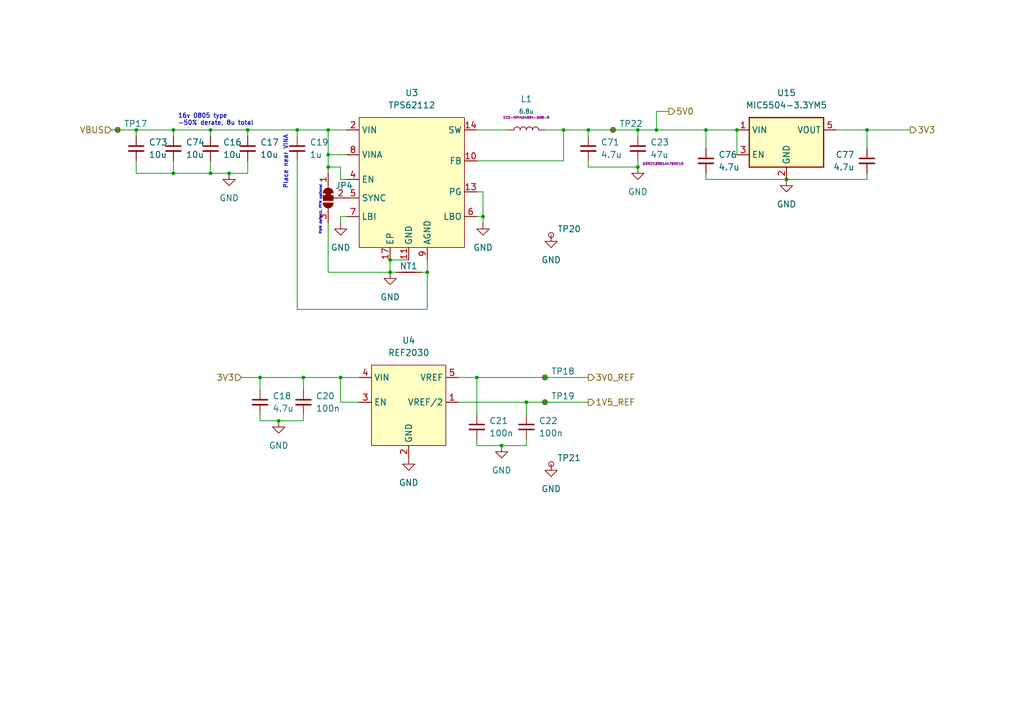
<source format=kicad_sch>
(kicad_sch (version 20220102) (generator eeschema)
  (paper "A5")
  (lib_symbols
    (symbol "Connector:TestPoint_Small" (pin_numbers hide) (pin_names (offset 0.762) hide)
      (property "Reference" "TP" (at 0 3.81 0))
      (property "Value" "TestPoint_Small" (at 0 2.032 0))
      (symbol "TestPoint_Small_0_1"
        (circle (center 0 0) (radius 0.508))
      )
      (symbol "TestPoint_Small_1_1"
        (pin passive line (at 0 0 90) (length 0) (name "1") (number "1"))
      )
    )
    (symbol "Device:C_Small" (pin_numbers hide) (pin_names (offset 0.254) hide)
      (property "Reference" "C" (at 0.254 1.778 0))
      (property "Value" "C_Small" (at 0.254 -2.032 0))
      (symbol "C_Small_0_1"
        (polyline (pts (xy -1.524 -0.508) (xy 1.524 -0.508)) (stroke (width 0.3302)))
        (polyline (pts (xy -1.524 0.508) (xy 1.524 0.508)) (stroke (width 0.3048)))
      )
      (symbol "C_Small_1_1"
        (pin passive line (at 0 2.54 270) (length 2.032) (name "~") (number "1"))
        (pin passive line (at 0 -2.54 90) (length 2.032) (name "~") (number "2"))
      )
    )
    (symbol "Device:L" (pin_numbers hide) (pin_names (offset 1.016) hide)
      (property "Reference" "L" (at -1.27 0 90))
      (property "Value" "L" (at 1.905 0 90))
      (symbol "L_0_1"
        (arc (start 0 -2.54) (mid 0.635 -1.905) (end 0 -1.27))
        (arc (start 0 -1.27) (mid 0.635 -0.635) (end 0 0))
        (arc (start 0 0) (mid 0.635 0.635) (end 0 1.27))
        (arc (start 0 1.27) (mid 0.635 1.905) (end 0 2.54))
      )
      (symbol "L_1_1"
        (pin passive line (at 0 3.81 270) (length 1.27) (name "1") (number "1"))
        (pin passive line (at 0 -3.81 90) (length 1.27) (name "2") (number "2"))
      )
    )
    (symbol "Device:NetTie_2" (pin_numbers hide) (pin_names (offset 0) hide)
      (property "Reference" "NT" (at 0 1.27 0))
      (property "Value" "NetTie_2" (at 0 -1.27 0))
      (symbol "NetTie_2_0_1"
        (polyline (pts (xy -1.27 0) (xy 1.27 0)) (stroke (width 0.254)))
      )
      (symbol "NetTie_2_1_1"
        (pin passive line (at -2.54 0 0) (length 2.54) (name "1") (number "1"))
        (pin passive line (at 2.54 0 180) (length 2.54) (name "2") (number "2"))
      )
    )
    (symbol "Jumper:SolderJumper_3_Bridged12" (pin_names (offset 0) hide)
      (property "Reference" "JP" (at -2.54 -2.54 0))
      (property "Value" "SolderJumper_3_Bridged12" (at 0 2.794 0))
      (symbol "SolderJumper_3_Bridged12_0_1"
        (rectangle (start -1.016 0.508) (end -0.508 -0.508) (fill (type outline)))
        (arc (start -1.016 1.016) (mid -2.032 0) (end -1.016 -1.016))
        (arc (start -1.016 1.016) (mid -2.032 0) (end -1.016 -1.016) (fill (type outline)))
        (rectangle (start -0.508 1.016) (end 0.508 -1.016) (fill (type outline)))
        (polyline (pts (xy -2.54 0) (xy -2.032 0)))
        (polyline (pts (xy -1.016 1.016) (xy -1.016 -1.016)))
        (polyline (pts (xy 0 -1.27) (xy 0 -1.016)))
        (polyline (pts (xy 1.016 1.016) (xy 1.016 -1.016)))
        (polyline (pts (xy 2.54 0) (xy 2.032 0)))
        (arc (start 1.016 -1.016) (mid 2.032 0) (end 1.016 1.016))
        (arc (start 1.016 -1.016) (mid 2.032 0) (end 1.016 1.016) (fill (type outline)))
      )
      (symbol "SolderJumper_3_Bridged12_1_1"
        (pin passive line (at -5.08 0 0) (length 2.54) (name "A") (number "1"))
        (pin input line (at 0 -3.81 90) (length 2.54) (name "C") (number "2"))
        (pin passive line (at 5.08 0 180) (length 2.54) (name "B") (number "3"))
      )
    )
    (symbol "Regulator_Linear:MIC5504-3.3YM5"
      (property "Reference" "U" (at -7.62 8.89 0))
      (property "Value" "MIC5504-3.3YM5" (at -7.62 6.35 0))
      (symbol "MIC5504-3.3YM5_0_1"
        (rectangle (start -7.62 -5.08) (end 7.62 5.08) (stroke (width 0.254)) (fill (type background)))
      )
      (symbol "MIC5504-3.3YM5_1_1"
        (pin power_in line (at -10.16 2.54 0) (length 2.54) (name "VIN") (number "1"))
        (pin power_in line (at 0 -7.62 90) (length 2.54) (name "GND") (number "2"))
        (pin input line (at -10.16 -2.54 0) (length 2.54) (name "EN") (number "3"))
        (pin no_connect line (at 7.62 -2.54 180) (length 2.54) hide (name "NC") (number "4"))
        (pin power_out line (at 10.16 2.54 180) (length 2.54) (name "VOUT") (number "5"))
      )
    )
    (symbol "power:GND" (power) (pin_names (offset 0))
      (property "Value" "GND" (at 0 -3.81 0))
      (symbol "GND_0_1"
        (polyline (pts (xy 0 0) (xy 0 -1.27) (xy 1.27 -1.27) (xy 0 -2.54) (xy -1.27 -1.27) (xy 0 -1.27)))
      )
      (symbol "GND_1_1"
        (pin power_in line (at 0 0 270) (length 0) hide (name "GND") (number "1"))
      )
    )
    (symbol "project-lib:REF2030"
      (property "Reference" "U" (at 0 5.08 0))
      (property "Value" "REF2030" (at 0 2.54 0))
      (symbol "REF2030_0_1"
        (rectangle (start -7.62 0) (end 7.62 -16.51) (stroke (width 0.1524)) (fill (type background)))
      )
      (symbol "REF2030_1_1"
        (pin power_out line (at 10.16 -7.62 180) (length 2.54) (name "VREF/2") (number "1"))
        (pin power_in line (at 0 -19.05 90) (length 2.54) (name "GND") (number "2"))
        (pin input line (at -10.16 -7.62 0) (length 2.54) (name "EN") (number "3"))
        (pin power_in line (at -10.16 -2.54 0) (length 2.54) (name "VIN") (number "4"))
        (pin power_out line (at 10.16 -2.54 180) (length 2.54) (name "VREF") (number "5"))
      )
    )
    (symbol "project-lib:TPS62111"
      (property "Reference" "U" (at 7.62 3.81 0))
      (property "Value" "TPS62111" (at 11.43 1.27 0))
      (symbol "TPS62111_0_0"
        (pin input line (at 24.13 -8.89 180) (length 2.54) (name "FB") (number "10"))
        (pin power_in line (at 10.16 -29.21 90) (length 2.54) (name "GND") (number "11"))
        (pin power_in line (at 10.16 -29.21 90) (length 2.54) hide (name "GND") (number "12"))
        (pin open_collector line (at 24.13 -15.24 180) (length 2.54) (name "PG") (number "13"))
        (pin power_out line (at 24.13 -2.54 180) (length 2.54) (name "SW") (number "14"))
        (pin power_out line (at 24.13 -2.54 180) (length 2.54) hide (name "SW") (number "15"))
        (pin power_in line (at 10.16 -29.21 90) (length 2.54) hide (name "PGND") (number "16"))
        (pin power_in line (at 6.35 -29.21 90) (length 2.54) (name "EP") (number "17"))
        (pin power_in line (at -2.54 -2.54 0) (length 2.54) (name "VIN") (number "2"))
        (pin power_in line (at -2.54 -2.54 0) (length 2.54) hide (name "VIN") (number "3"))
        (pin input line (at -2.54 -12.7 0) (length 2.54) (name "EN") (number "4"))
        (pin input line (at -2.54 -16.51 0) (length 2.54) (name "SYNC") (number "5"))
        (pin open_collector line (at 24.13 -20.32 180) (length 2.54) (name "LBO") (number "6"))
        (pin input line (at -2.54 -20.32 0) (length 2.54) (name "LBI") (number "7"))
        (pin power_in line (at -2.54 -7.62 0) (length 2.54) (name "VINA") (number "8"))
        (pin power_in line (at 13.97 -29.21 90) (length 2.54) (name "AGND") (number "9"))
      )
      (symbol "TPS62111_0_1"
        (rectangle (start 0 0) (end 21.59 -26.67) (stroke (width 0.1524)) (fill (type background)))
      )
      (symbol "TPS62111_1_1"
        (pin power_in line (at 10.16 -29.21 90) (length 2.54) hide (name "PGND") (number "1"))
      )
    )
  )
  (junction (at 50.8 26.67) (diameter 0.6096))
  (junction (at 53.34 77.47) (diameter 0.6096))
  (junction (at 134.62 26.67) (diameter 0.6096))
  (junction (at 43.18 35.56) (diameter 0.6096))
  (junction (at 130.81 26.67) (diameter 0.6096))
  (junction (at 80.01 53.34) (diameter 0.6096))
  (junction (at 24.13 26.67) (diameter 0.6096))
  (junction (at 107.95 82.55) (diameter 0.6096))
  (junction (at 67.31 34.29) (diameter 0.6096))
  (junction (at 111.76 77.47) (diameter 0.6096))
  (junction (at 125.73 26.67) (diameter 0.6096))
  (junction (at 102.87 91.44) (diameter 0.6096))
  (junction (at 161.29 36.83) (diameter 0.6096))
  (junction (at 35.56 35.56) (diameter 0.6096))
  (junction (at 46.99 35.56) (diameter 0.6096))
  (junction (at 120.65 26.67) (diameter 0.6096))
  (junction (at 99.06 44.45) (diameter 0.6096))
  (junction (at 97.79 77.47) (diameter 0.6096))
  (junction (at 111.76 82.55) (diameter 0.6096))
  (junction (at 80.01 55.88) (diameter 0.6096))
  (junction (at 87.63 55.88) (diameter 0.6096))
  (junction (at 62.23 77.47) (diameter 0.6096))
  (junction (at 67.31 26.67) (diameter 0.6096))
  (junction (at 69.85 77.47) (diameter 0.6096))
  (junction (at 57.15 86.36) (diameter 0.6096))
  (junction (at 27.94 26.67) (diameter 0.6096))
  (junction (at 130.81 34.29) (diameter 0.6096))
  (junction (at 60.96 26.67) (diameter 0.6096))
  (junction (at 177.8 26.67) (diameter 0.6096))
  (junction (at 67.31 31.75) (diameter 0.6096))
  (junction (at 151.13 26.67) (diameter 0.6096))
  (junction (at 115.57 26.67) (diameter 0.6096))
  (junction (at 35.56 26.67) (diameter 0.6096))
  (junction (at 43.18 26.67) (diameter 0.6096))
  (junction (at 144.78 26.67) (diameter 0.6096))
  (wire (pts (xy 62.23 77.47) (xy 62.23 80.01)))
  (wire (pts (xy 50.8 26.67) (xy 50.8 27.94)))
  (wire (pts (xy 86.36 55.88) (xy 87.63 55.88)))
  (wire (pts (xy 130.81 26.67) (xy 130.81 27.94)))
  (wire (pts (xy 50.8 26.67) (xy 60.96 26.67)))
  (wire (pts (xy 97.79 33.02) (xy 115.57 33.02)))
  (wire (pts (xy 67.31 31.75) (xy 67.31 26.67)))
  (wire (pts (xy 120.65 33.02) (xy 120.65 34.29)))
  (wire (pts (xy 120.65 34.29) (xy 130.81 34.29)))
  (wire (pts (xy 67.31 45.72) (xy 67.31 55.88)))
  (wire (pts (xy 60.96 26.67) (xy 67.31 26.67)))
  (wire (pts (xy 67.31 31.75) (xy 71.12 31.75)))
  (wire (pts (xy 115.57 33.02) (xy 115.57 26.67)))
  (wire (pts (xy 134.62 26.67) (xy 144.78 26.67)))
  (wire (pts (xy 144.78 26.67) (xy 151.13 26.67)))
  (wire (pts (xy 67.31 34.29) (xy 67.31 31.75)))
  (wire (pts (xy 97.79 26.67) (xy 104.14 26.67)))
  (wire (pts (xy 177.8 26.67) (xy 177.8 30.48)))
  (wire (pts (xy 161.29 36.83) (xy 177.8 36.83)))
  (wire (pts (xy 69.85 82.55) (xy 69.85 77.47)))
  (wire (pts (xy 73.66 82.55) (xy 69.85 82.55)))
  (wire (pts (xy 107.95 82.55) (xy 107.95 85.09)))
  (wire (pts (xy 27.94 35.56) (xy 27.94 33.02)))
  (wire (pts (xy 35.56 35.56) (xy 27.94 35.56)))
  (wire (pts (xy 67.31 34.29) (xy 69.85 34.29)))
  (wire (pts (xy 69.85 36.83) (xy 71.12 36.83)))
  (wire (pts (xy 144.78 26.67) (xy 144.78 30.48)))
  (wire (pts (xy 130.81 33.02) (xy 130.81 34.29)))
  (wire (pts (xy 53.34 85.09) (xy 53.34 86.36)))
  (wire (pts (xy 53.34 86.36) (xy 57.15 86.36)))
  (wire (pts (xy 57.15 86.36) (xy 62.23 86.36)))
  (wire (pts (xy 62.23 86.36) (xy 62.23 85.09)))
  (wire (pts (xy 60.96 26.67) (xy 60.96 27.94)))
  (wire (pts (xy 27.94 26.67) (xy 27.94 27.94)))
  (wire (pts (xy 43.18 26.67) (xy 43.18 27.94)))
  (wire (pts (xy 97.79 39.37) (xy 99.06 39.37)))
  (wire (pts (xy 60.96 33.02) (xy 60.96 63.5)))
  (wire (pts (xy 87.63 55.88) (xy 87.63 63.5)))
  (wire (pts (xy 87.63 63.5) (xy 60.96 63.5)))
  (wire (pts (xy 49.53 77.47) (xy 53.34 77.47)))
  (wire (pts (xy 53.34 77.47) (xy 62.23 77.47)))
  (wire (pts (xy 62.23 77.47) (xy 69.85 77.47)))
  (wire (pts (xy 69.85 77.47) (xy 73.66 77.47)))
  (wire (pts (xy 93.98 82.55) (xy 107.95 82.55)))
  (wire (pts (xy 107.95 82.55) (xy 111.76 82.55)))
  (wire (pts (xy 111.76 82.55) (xy 120.65 82.55)))
  (wire (pts (xy 80.01 55.88) (xy 80.01 53.34)))
  (wire (pts (xy 69.85 45.72) (xy 69.85 44.45)))
  (wire (pts (xy 53.34 77.47) (xy 53.34 80.01)))
  (wire (pts (xy 134.62 22.86) (xy 134.62 26.67)))
  (wire (pts (xy 137.16 22.86) (xy 134.62 22.86)))
  (wire (pts (xy 80.01 53.34) (xy 83.82 53.34)))
  (wire (pts (xy 93.98 77.47) (xy 97.79 77.47)))
  (wire (pts (xy 97.79 77.47) (xy 111.76 77.47)))
  (wire (pts (xy 111.76 77.47) (xy 120.65 77.47)))
  (wire (pts (xy 115.57 26.67) (xy 120.65 26.67)))
  (wire (pts (xy 120.65 26.67) (xy 125.73 26.67)))
  (wire (pts (xy 125.73 26.67) (xy 130.81 26.67)))
  (wire (pts (xy 67.31 26.67) (xy 71.12 26.67)))
  (wire (pts (xy 67.31 35.56) (xy 67.31 34.29)))
  (wire (pts (xy 115.57 26.67) (xy 111.76 26.67)))
  (wire (pts (xy 120.65 26.67) (xy 120.65 27.94)))
  (wire (pts (xy 151.13 31.75) (xy 151.13 26.67)))
  (wire (pts (xy 46.99 35.56) (xy 50.8 35.56)))
  (wire (pts (xy 67.31 55.88) (xy 80.01 55.88)))
  (wire (pts (xy 87.63 55.88) (xy 87.63 53.34)))
  (wire (pts (xy 97.79 77.47) (xy 97.79 85.09)))
  (wire (pts (xy 35.56 35.56) (xy 35.56 33.02)))
  (wire (pts (xy 43.18 35.56) (xy 35.56 35.56)))
  (wire (pts (xy 35.56 26.67) (xy 35.56 27.94)))
  (wire (pts (xy 177.8 36.83) (xy 177.8 35.56)))
  (wire (pts (xy 99.06 44.45) (xy 97.79 44.45)))
  (wire (pts (xy 43.18 33.02) (xy 43.18 35.56)))
  (wire (pts (xy 99.06 45.72) (xy 99.06 44.45)))
  (wire (pts (xy 43.18 26.67) (xy 50.8 26.67)))
  (wire (pts (xy 130.81 26.67) (xy 134.62 26.67)))
  (wire (pts (xy 43.18 35.56) (xy 46.99 35.56)))
  (wire (pts (xy 97.79 90.17) (xy 97.79 91.44)))
  (wire (pts (xy 97.79 91.44) (xy 102.87 91.44)))
  (wire (pts (xy 102.87 91.44) (xy 107.95 91.44)))
  (wire (pts (xy 107.95 91.44) (xy 107.95 90.17)))
  (wire (pts (xy 144.78 36.83) (xy 144.78 35.56)))
  (wire (pts (xy 161.29 36.83) (xy 144.78 36.83)))
  (wire (pts (xy 69.85 44.45) (xy 71.12 44.45)))
  (wire (pts (xy 50.8 35.56) (xy 50.8 33.02)))
  (wire (pts (xy 80.01 55.88) (xy 81.28 55.88)))
  (wire (pts (xy 69.85 34.29) (xy 69.85 36.83)))
  (wire (pts (xy 171.45 26.67) (xy 177.8 26.67)))
  (wire (pts (xy 177.8 26.67) (xy 186.69 26.67)))
  (wire (pts (xy 22.86 26.67) (xy 24.13 26.67)))
  (wire (pts (xy 24.13 26.67) (xy 27.94 26.67)))
  (wire (pts (xy 27.94 26.67) (xy 35.56 26.67)))
  (wire (pts (xy 35.56 26.67) (xy 43.18 26.67)))
  (wire (pts (xy 99.06 39.37) (xy 99.06 44.45)))
  (text "16v 0805 type\n-50% derate, 8u total" (at 36.4746 25.9126 0) (effects (font (size 0.9 0.9)) (justify left bottom)))
  (text "Place near VINA" (at 59.1356 38.8955 90) (effects (font (size 0.9 0.9)) (justify left bottom)))
  (text "PWM default, PFM optional" (at 66.04 48.26 90) (effects (font (size 0.5 0.5)) (justify left bottom)))
  (hierarchical_label "1V5_REF" (shape output) (at 120.65 82.55 0))
  (hierarchical_label "3V0_REF" (shape output) (at 120.65 77.47 0))
  (hierarchical_label "3V3" (shape input) (at 49.53 77.47 180))
  (hierarchical_label "5V0" (shape output) (at 137.16 22.86 0))
  (hierarchical_label "VBUS" (shape input) (at 22.86 26.67 180))
  (hierarchical_label "3V3" (shape output) (at 186.69 26.67 0))
  (symbol (lib_id "project-lib:REF2030") (at 83.82 74.93 0) (unit 1)
    (property "Reference" "U4" (at 83.82 69.85 0))
    (property "Value" "REF2030" (at 83.82 72.39 0))
    (property "Footprint" "Package_TO_SOT_SMD:TSOT-23-5" (effects hide))
  )
  (symbol (lib_id "Connector:TestPoint_Small") (at 125.73 26.67 0) (unit 1)
    (property "Reference" "TP22" (at 127 25.3999 0) (effects (justify left)))
    (property "Value" "TestPoint" (effects hide))
    (property "Footprint" "project:TestPoint_Keystone_5019_Minature-3DMODEL" (effects hide))
  )
  (symbol (lib_id "Device:C_Small") (at 97.79 87.63 0) (unit 1)
    (property "Reference" "C21" (at 100.33 86.3599 0) (effects (justify left)))
    (property "Value" "100n" (at 100.33 88.8999 0) (effects (justify left)))
    (property "Footprint" "Capacitor_SMD:C_0603_1608Metric" (effects hide))
  )
  (symbol (lib_id "Device:C_Small") (at 177.8 33.02 0) (unit 1)
    (property "Reference" "C77" (at 175.26 31.7499 0) (effects (justify right)))
    (property "Value" "4.7u" (at 175.26 34.2899 0) (effects (justify right)))
    (property "Footprint" "Capacitor_SMD:C_0603_1608Metric" (effects hide))
  )
  (symbol (lib_id "power:GND") (at 99.06 45.72 0) (unit 1)
    (property "Reference" "#PWR0128" (effects hide))
    (property "Value" "GND" (at 99.06 50.8 0))
  )
  (symbol (lib_id "power:GND") (at 57.15 86.36 0) (unit 1)
    (property "Reference" "#PWR0125" (effects hide))
    (property "Value" "GND" (at 57.15 91.44 0))
  )
  (symbol (lib_id "Device:C_Small") (at 27.94 30.48 0) (unit 1)
    (property "Reference" "C73" (at 30.48 29.2099 0) (effects (justify left)))
    (property "Value" "10u" (at 30.48 31.7499 0) (effects (justify left)))
    (property "Footprint" "Capacitor_SMD:C_0805_2012Metric" (effects hide))
  )
  (symbol (lib_id "Device:C_Small") (at 130.81 30.48 0) (unit 1)
    (property "Reference" "C23" (at 133.35 29.2099 0) (effects (justify left)))
    (property "Value" "47u" (at 133.35 31.7499 0) (effects (justify left)))
    (property "Footprint" "Capacitor_SMD:C_0805_2012Metric" (effects hide))
    (property "P/N" "GRM21BR61A476ME15" (at 135.9911 33.6001 0) (effects (font (size 0.5 0.5))))
  )
  (symbol (lib_id "Device:C_Small") (at 53.34 82.55 0) (unit 1)
    (property "Reference" "C18" (at 55.88 81.2799 0) (effects (justify left)))
    (property "Value" "4.7u" (at 55.88 83.8199 0) (effects (justify left)))
    (property "Footprint" "Capacitor_SMD:C_0603_1608Metric" (effects hide))
  )
  (symbol (lib_id "Device:C_Small") (at 43.18 30.48 0) (unit 1)
    (property "Reference" "C16" (at 45.72 29.2099 0) (effects (justify left)))
    (property "Value" "10u" (at 45.72 31.7499 0) (effects (justify left)))
    (property "Footprint" "Capacitor_SMD:C_0805_2012Metric" (effects hide))
  )
  (symbol (lib_id "Device:C_Small") (at 60.96 30.48 0) (unit 1)
    (property "Reference" "C19" (at 63.5 29.2099 0) (effects (justify left)))
    (property "Value" "1u" (at 63.5 31.7499 0) (effects (justify left)))
    (property "Footprint" "Capacitor_SMD:C_0603_1608Metric" (effects hide))
  )
  (symbol (lib_id "Device:C_Small") (at 144.78 33.02 0) (mirror y) (unit 1)
    (property "Reference" "C76" (at 147.32 31.7499 0) (effects (justify right)))
    (property "Value" "4.7u" (at 147.32 34.2899 0) (effects (justify right)))
    (property "Footprint" "Capacitor_SMD:C_0603_1608Metric" (effects hide))
  )
  (symbol (lib_id "Connector:TestPoint_Small") (at 111.76 77.47 0) (unit 1)
    (property "Reference" "TP18" (at 113.03 76.1999 0) (effects (justify left)))
    (property "Value" "TestPoint" (effects hide))
    (property "Footprint" "project:TestPoint_Keystone_5019_Minature-3DMODEL" (effects hide))
  )
  (symbol (lib_id "Device:C_Small") (at 107.95 87.63 0) (unit 1)
    (property "Reference" "C22" (at 110.49 86.3599 0) (effects (justify left)))
    (property "Value" "100n" (at 110.49 88.8999 0) (effects (justify left)))
    (property "Footprint" "Capacitor_SMD:C_0603_1608Metric" (effects hide))
  )
  (symbol (lib_id "Device:L") (at 107.95 26.67 90) (unit 1)
    (property "Reference" "L1" (at 107.95 20.32 90))
    (property "Value" "6.8u" (at 107.95 22.86 90) (effects (font (size 0.9 0.9))))
    (property "Footprint" "project:ECS-MPI4040R4" (effects hide))
    (property "P/N" "ECS-MPI4040R4-6R8-R" (at 107.95 24.13 90) (effects (font (size 0.5 0.5))))
  )
  (symbol (lib_id "Jumper:SolderJumper_3_Bridged12") (at 67.31 40.64 90) (mirror x) (unit 1)
    (property "Reference" "JP4" (at 72.39 38.0999 90) (effects (justify left)))
    (property "Value" "SolderJumper_3_Bridged12" (effects hide))
    (property "Footprint" "Jumper:SolderJumper-3_P1.3mm_Bridged12_Pad1.0x1.5mm" (effects hide))
  )
  (symbol (lib_id "Connector:TestPoint_Small") (at 111.76 82.55 0) (unit 1)
    (property "Reference" "TP19" (at 113.03 81.2799 0) (effects (justify left)))
    (property "Value" "TestPoint" (effects hide))
    (property "Footprint" "project:TestPoint_Keystone_5019_Minature-3DMODEL" (effects hide))
  )
  (symbol (lib_id "power:GND") (at 113.03 95.25 0) (unit 1)
    (property "Reference" "#PWR0249" (effects hide))
    (property "Value" "GND" (at 113.03 100.33 0))
  )
  (symbol (lib_id "power:GND") (at 161.29 36.83 0) (unit 1)
    (property "Reference" "#PWR0207" (effects hide))
    (property "Value" "GND" (at 161.29 41.91 0))
  )
  (symbol (lib_id "Device:C_Small") (at 120.65 30.48 0) (mirror y) (unit 1)
    (property "Reference" "C71" (at 123.19 29.2099 0) (effects (justify right)))
    (property "Value" "4.7u" (at 123.19 31.7499 0) (effects (justify right)))
    (property "Footprint" "Capacitor_SMD:C_0603_1608Metric" (effects hide))
  )
  (symbol (lib_id "power:GND") (at 83.82 93.98 0) (unit 1)
    (property "Reference" "#PWR0124" (effects hide))
    (property "Value" "GND" (at 83.82 99.06 0))
  )
  (symbol (lib_id "project-lib:TPS62111") (at 73.66 24.13 0) (unit 1)
    (property "Reference" "U3" (at 84.455 19.05 0))
    (property "Value" "TPS62112" (at 84.455 21.59 0))
    (property "Footprint" "Package_DFN_QFN:QFN-16-1EP_4x4mm_P0.65mm_EP2.7x2.7mm" (effects hide))
  )
  (symbol (lib_id "Connector:TestPoint_Small") (at 113.03 48.26 0) (unit 1)
    (property "Reference" "TP20" (at 114.3 46.9899 0) (effects (justify left)))
    (property "Value" "TestPoint" (effects hide))
    (property "Footprint" "project:TestPoint_Keystone_5019_Minature-3DMODEL" (effects hide))
  )
  (symbol (lib_id "power:GND") (at 80.01 55.88 0) (unit 1)
    (property "Reference" "#PWR0122" (effects hide))
    (property "Value" "GND" (at 80.01 60.96 0))
  )
  (symbol (lib_id "Device:NetTie_2") (at 83.82 55.88 0) (unit 1)
    (property "Reference" "NT1" (at 83.82 54.61 0))
    (property "Value" "NetTie_2" (effects hide))
    (property "Footprint" "NetTie:NetTie-2_SMD_Pad0.5mm" (effects hide))
  )
  (symbol (lib_id "Device:C_Small") (at 50.8 30.48 0) (unit 1)
    (property "Reference" "C17" (at 53.34 29.2099 0) (effects (justify left)))
    (property "Value" "10u" (at 53.34 31.7499 0) (effects (justify left)))
    (property "Footprint" "Capacitor_SMD:C_0805_2012Metric" (effects hide))
  )
  (symbol (lib_id "Connector:TestPoint_Small") (at 113.03 95.25 0) (unit 1)
    (property "Reference" "TP21" (at 114.3 93.9799 0) (effects (justify left)))
    (property "Value" "TestPoint" (effects hide))
    (property "Footprint" "project:TestPoint_Keystone_5019_Minature-3DMODEL" (effects hide))
  )
  (symbol (lib_id "Device:C_Small") (at 35.56 30.48 0) (unit 1)
    (property "Reference" "C74" (at 38.1 29.2099 0) (effects (justify left)))
    (property "Value" "10u" (at 38.1 31.7499 0) (effects (justify left)))
    (property "Footprint" "Capacitor_SMD:C_0805_2012Metric" (effects hide))
  )
  (symbol (lib_id "power:GND") (at 130.81 34.29 0) (unit 1)
    (property "Reference" "#PWR0130" (effects hide))
    (property "Value" "GND" (at 130.81 39.37 0))
  )
  (symbol (lib_id "Regulator_Linear:MIC5504-3.3YM5") (at 161.29 29.21 0) (unit 1)
    (property "Reference" "U15" (at 161.29 19.05 0))
    (property "Value" "MIC5504-3.3YM5" (at 161.29 21.59 0))
    (property "Footprint" "Package_TO_SOT_SMD:SOT-23-5" (effects hide))
    (property "Datasheet" "http://ww1.microchip.com/downloads/en/DeviceDoc/MIC550X.pdf" (effects hide))
  )
  (symbol (lib_id "power:GND") (at 113.03 48.26 0) (unit 1)
    (property "Reference" "#PWR0248" (effects hide))
    (property "Value" "GND" (at 113.03 53.34 0))
  )
  (symbol (lib_id "power:GND") (at 69.85 45.72 0) (unit 1)
    (property "Reference" "#PWR0129" (effects hide))
    (property "Value" "GND" (at 69.85 50.8 0))
  )
  (symbol (lib_id "power:GND") (at 46.99 35.56 0) (unit 1)
    (property "Reference" "#PWR0126" (effects hide))
    (property "Value" "GND" (at 46.99 40.64 0))
  )
  (symbol (lib_id "Device:C_Small") (at 62.23 82.55 0) (unit 1)
    (property "Reference" "C20" (at 64.77 81.2799 0) (effects (justify left)))
    (property "Value" "100n" (at 64.77 83.8199 0) (effects (justify left)))
    (property "Footprint" "Capacitor_SMD:C_0603_1608Metric" (effects hide))
  )
  (symbol (lib_id "Connector:TestPoint_Small") (at 24.13 26.67 0) (unit 1)
    (property "Reference" "TP17" (at 25.4 25.3999 0) (effects (justify left)))
    (property "Value" "TestPoint" (effects hide))
    (property "Footprint" "project:TestPoint_Keystone_5019_Minature-3DMODEL" (effects hide))
  )
  (symbol (lib_id "power:GND") (at 102.87 91.44 0) (unit 1)
    (property "Reference" "#PWR0123" (effects hide))
    (property "Value" "GND" (at 102.87 96.52 0))
  )
)
</source>
